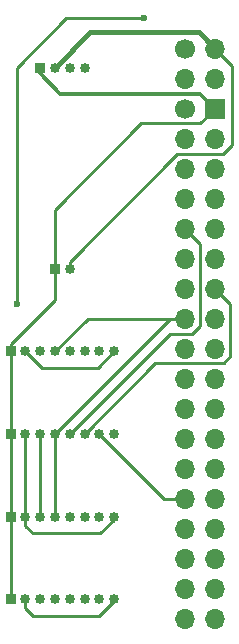
<source format=gbr>
%TF.GenerationSoftware,KiCad,Pcbnew,8.0.9*%
%TF.CreationDate,2026-01-01T18:04:30+09:00*%
%TF.ProjectId,Main,4d61696e-2e6b-4696-9361-645f70636258,rev?*%
%TF.SameCoordinates,Original*%
%TF.FileFunction,Copper,L2,Bot*%
%TF.FilePolarity,Positive*%
%FSLAX46Y46*%
G04 Gerber Fmt 4.6, Leading zero omitted, Abs format (unit mm)*
G04 Created by KiCad (PCBNEW 8.0.9) date 2026-01-01 18:04:30*
%MOMM*%
%LPD*%
G01*
G04 APERTURE LIST*
%TA.AperFunction,ComponentPad*%
%ADD10C,1.700000*%
%TD*%
%TA.AperFunction,ComponentPad*%
%ADD11O,1.700000X1.700000*%
%TD*%
%TA.AperFunction,ComponentPad*%
%ADD12R,1.700000X1.700000*%
%TD*%
%TA.AperFunction,ComponentPad*%
%ADD13R,0.850000X0.850000*%
%TD*%
%TA.AperFunction,ComponentPad*%
%ADD14C,0.850000*%
%TD*%
%TA.AperFunction,ViaPad*%
%ADD15C,0.600000*%
%TD*%
%TA.AperFunction,Conductor*%
%ADD16C,0.240000*%
%TD*%
%TA.AperFunction,Conductor*%
%ADD17C,0.300000*%
%TD*%
%TA.AperFunction,Conductor*%
%ADD18C,0.400000*%
%TD*%
G04 APERTURE END LIST*
D10*
%TO.P,J1,1,3.3V*%
%TO.N,Net-(J1-3.3V)*%
X155230000Y-73370000D03*
D11*
%TO.P,J1,2,5V*%
%TO.N,Net-(J6-5V)*%
X157770000Y-73370000D03*
%TO.P,J1,3,Pin_3*%
%TO.N,unconnected-(J1-Pin_3-Pad3)*%
X155230000Y-75910000D03*
%TO.P,J1,4,5V*%
%TO.N,unconnected-(J1-5V-Pad4)*%
X157770000Y-75910000D03*
D10*
%TO.P,J1,5,Pin_5*%
%TO.N,unconnected-(J1-Pin_5-Pad5)*%
X155230000Y-78450000D03*
D12*
%TO.P,J1,6,GND*%
%TO.N,GND*%
X157770000Y-78450000D03*
D11*
%TO.P,J1,7,Pin_7*%
%TO.N,unconnected-(J1-Pin_7-Pad7)*%
X155230000Y-80990000D03*
%TO.P,J1,8,Pin_8*%
%TO.N,Net-(J1-Pin_8)*%
X157770000Y-80990000D03*
%TO.P,J1,9,Pin_9*%
%TO.N,unconnected-(J1-Pin_9-Pad9)*%
X155230000Y-83530000D03*
%TO.P,J1,10,Pin_10*%
%TO.N,Net-(J1-Pin_10)*%
X157770000Y-83530000D03*
%TO.P,J1,11,DP3_RST*%
%TO.N,Net-(J1-DP3_RST)*%
X155230000Y-86070000D03*
%TO.P,J1,12,Pin_12*%
%TO.N,unconnected-(J1-Pin_12-Pad12)*%
X157770000Y-86070000D03*
%TO.P,J1,13,DP2_RST*%
%TO.N,Net-(J1-DP2_RST)*%
X155230000Y-88610000D03*
%TO.P,J1,14,Pin_14*%
%TO.N,unconnected-(J1-Pin_14-Pad14)*%
X157770000Y-88610000D03*
%TO.P,J1,15,DP1_RST*%
%TO.N,Net-(J1-DP1_RST)*%
X155230000Y-91150000D03*
%TO.P,J1,16,DP3_DC*%
%TO.N,Net-(J1-DP3_DC)*%
X157770000Y-91150000D03*
%TO.P,J1,17,Pin_17*%
%TO.N,unconnected-(J1-Pin_17-Pad17)*%
X155230000Y-93690000D03*
%TO.P,J1,18,DP2_DC*%
%TO.N,Net-(J1-DP2_DC)*%
X157770000Y-93690000D03*
%TO.P,J1,19,SDA*%
%TO.N,Net-(J1-SDA)*%
X155230000Y-96230000D03*
%TO.P,J1,20,Pin_20*%
%TO.N,unconnected-(J1-Pin_20-Pad20)*%
X157770000Y-96230000D03*
%TO.P,J1,21,Pin_21*%
%TO.N,unconnected-(J1-Pin_21-Pad21)*%
X155230000Y-98770000D03*
%TO.P,J1,22,DP1_DC*%
%TO.N,Net-(J1-DP1_DC)*%
X157770000Y-98770000D03*
%TO.P,J1,23,SCK*%
%TO.N,Net-(J1-SCK)*%
X155230000Y-101310000D03*
%TO.P,J1,24,Pin_24*%
%TO.N,unconnected-(J1-Pin_24-Pad24)*%
X157770000Y-101310000D03*
%TO.P,J1,25,Pin_25*%
%TO.N,unconnected-(J1-Pin_25-Pad25)*%
X155230000Y-103850000D03*
%TO.P,J1,26,Pin_26*%
%TO.N,unconnected-(J1-Pin_26-Pad26)*%
X157770000Y-103850000D03*
%TO.P,J1,27,Pin_27*%
%TO.N,unconnected-(J1-Pin_27-Pad27)*%
X155230000Y-106390000D03*
%TO.P,J1,28,Pin_28*%
%TO.N,unconnected-(J1-Pin_28-Pad28)*%
X157770000Y-106390000D03*
%TO.P,J1,29,DP1_CS*%
%TO.N,Net-(J1-DP1_CS)*%
X155230000Y-108930000D03*
%TO.P,J1,30,Pin_30*%
%TO.N,unconnected-(J1-Pin_30-Pad30)*%
X157770000Y-108930000D03*
%TO.P,J1,31,DP2_CS*%
%TO.N,Net-(J1-DP2_CS)*%
X155230000Y-111470000D03*
%TO.P,J1,32,Pin_32*%
%TO.N,unconnected-(J1-Pin_32-Pad32)*%
X157770000Y-111470000D03*
%TO.P,J1,33,DP3_CS*%
%TO.N,Net-(J1-DP3_CS)*%
X155230000Y-114010000D03*
%TO.P,J1,34,Pin_34*%
%TO.N,unconnected-(J1-Pin_34-Pad34)*%
X157770000Y-114010000D03*
%TO.P,J1,35,DP4_CS*%
%TO.N,Net-(J1-DP4_CS)*%
X155230000Y-116550000D03*
%TO.P,J1,36,DP4_RST*%
%TO.N,Net-(J1-DP4_RST)*%
X157770000Y-116550000D03*
%TO.P,J1,37,DP4_DC*%
%TO.N,Net-(J1-DP4_DC)*%
X155230000Y-119090000D03*
%TO.P,J1,38,Pin_38*%
%TO.N,unconnected-(J1-Pin_38-Pad38)*%
X157770000Y-119090000D03*
%TO.P,J1,39,Pin_39*%
%TO.N,unconnected-(J1-Pin_39-Pad39)*%
X155230000Y-121630000D03*
%TO.P,J1,40,Pin_40*%
%TO.N,unconnected-(J1-Pin_40-Pad40)*%
X157770000Y-121630000D03*
%TD*%
D13*
%TO.P,J5,1,GND*%
%TO.N,GND*%
X140500000Y-120000000D03*
D14*
%TO.P,J5,2,VCC*%
%TO.N,Net-(J1-3.3V)*%
X141750000Y-120000000D03*
%TO.P,J5,3,SCL*%
%TO.N,Net-(J1-SCK)*%
X143000000Y-120000000D03*
%TO.P,J5,4,SDA*%
%TO.N,Net-(J1-SDA)*%
X144250000Y-120000000D03*
%TO.P,J5,5,RST*%
%TO.N,Net-(J1-DP4_RST)*%
X145500000Y-120000000D03*
%TO.P,J5,6,DC*%
%TO.N,Net-(J1-DP4_DC)*%
X146750000Y-120000000D03*
%TO.P,J5,7,CS*%
%TO.N,Net-(J1-DP4_CS)*%
X148000000Y-120000000D03*
%TO.P,J5,8,BL*%
%TO.N,Net-(J1-3.3V)*%
X149250000Y-120000000D03*
%TD*%
D13*
%TO.P,J2,1,GND*%
%TO.N,GND*%
X140500000Y-99000000D03*
D14*
%TO.P,J2,2,VCC*%
%TO.N,Net-(J1-3.3V)*%
X141750000Y-99000000D03*
%TO.P,J2,3,SCL*%
%TO.N,Net-(J1-SCK)*%
X143000000Y-99000000D03*
%TO.P,J2,4,SDA*%
%TO.N,Net-(J1-SDA)*%
X144250000Y-99000000D03*
%TO.P,J2,5,RST*%
%TO.N,Net-(J1-DP1_RST)*%
X145500000Y-99000000D03*
%TO.P,J2,6,DC*%
%TO.N,Net-(J1-DP1_DC)*%
X146750000Y-99000000D03*
%TO.P,J2,7,CS*%
%TO.N,Net-(J1-DP1_CS)*%
X148000000Y-99000000D03*
%TO.P,J2,8,BL*%
%TO.N,Net-(J1-3.3V)*%
X149250000Y-99000000D03*
%TD*%
D13*
%TO.P,J3,1,GND*%
%TO.N,GND*%
X140500000Y-106000000D03*
D14*
%TO.P,J3,2,VCC*%
%TO.N,Net-(J1-3.3V)*%
X141750000Y-106000000D03*
%TO.P,J3,3,SCL*%
%TO.N,Net-(J1-SCK)*%
X143000000Y-106000000D03*
%TO.P,J3,4,SDA*%
%TO.N,Net-(J1-SDA)*%
X144250000Y-106000000D03*
%TO.P,J3,5,RST*%
%TO.N,Net-(J1-DP2_RST)*%
X145500000Y-106000000D03*
%TO.P,J3,6,DC*%
%TO.N,Net-(J1-DP2_DC)*%
X146750000Y-106000000D03*
%TO.P,J3,7,CS*%
%TO.N,Net-(J1-DP2_CS)*%
X148000000Y-106000000D03*
%TO.P,J3,8,BL*%
%TO.N,Net-(J1-3.3V)*%
X149250000Y-106000000D03*
%TD*%
D13*
%TO.P,J7,1,GND*%
%TO.N,GND*%
X144250000Y-92000000D03*
D14*
%TO.P,J7,2,5V*%
%TO.N,Net-(J6-5V)*%
X145500000Y-92000000D03*
%TD*%
D13*
%TO.P,J4,1,GND*%
%TO.N,GND*%
X140500000Y-113000000D03*
D14*
%TO.P,J4,2,VCC*%
%TO.N,Net-(J1-3.3V)*%
X141750000Y-113000000D03*
%TO.P,J4,3,SCL*%
%TO.N,Net-(J1-SCK)*%
X143000000Y-113000000D03*
%TO.P,J4,4,SDA*%
%TO.N,Net-(J1-SDA)*%
X144250000Y-113000000D03*
%TO.P,J4,5,RST*%
%TO.N,Net-(J1-DP3_RST)*%
X145500000Y-113000000D03*
%TO.P,J4,6,DC*%
%TO.N,Net-(J1-DP3_DC)*%
X146750000Y-113000000D03*
%TO.P,J4,7,CS*%
%TO.N,Net-(J1-DP3_CS)*%
X148000000Y-113000000D03*
%TO.P,J4,8,BL*%
%TO.N,Net-(J1-3.3V)*%
X149250000Y-113000000D03*
%TD*%
D13*
%TO.P,J6,1,GND*%
%TO.N,GND*%
X143000000Y-75000000D03*
D14*
%TO.P,J6,2,5V*%
%TO.N,Net-(J6-5V)*%
X144250000Y-75000000D03*
%TO.P,J6,3,TX*%
%TO.N,Net-(J1-Pin_8)*%
X145500000Y-75000000D03*
%TO.P,J6,4,RX*%
%TO.N,Net-(J1-Pin_10)*%
X146750000Y-75000000D03*
%TD*%
D15*
%TO.N,Net-(J1-3.3V)*%
X151800000Y-70800000D03*
X141000000Y-95000000D03*
%TD*%
D16*
%TO.N,Net-(J1-DP2_RST)*%
X156500000Y-89880000D02*
X155230000Y-88610000D01*
X155826346Y-97500000D02*
X156500000Y-96826346D01*
X145500000Y-106000000D02*
X154000000Y-97500000D01*
X156500000Y-96826346D02*
X156500000Y-89880000D01*
X154000000Y-97500000D02*
X155826346Y-97500000D01*
%TO.N,Net-(J1-DP2_CS)*%
X153470000Y-111470000D02*
X155230000Y-111470000D01*
X148000000Y-106000000D02*
X153470000Y-111470000D01*
%TO.N,Net-(J1-SDA)*%
X147020000Y-96230000D02*
X155230000Y-96230000D01*
X144250000Y-113000000D02*
X144250000Y-106000000D01*
X154020000Y-96230000D02*
X155230000Y-96230000D01*
X144250000Y-106000000D02*
X154020000Y-96230000D01*
X144250000Y-99000000D02*
X147020000Y-96230000D01*
%TO.N,Net-(J1-DP2_DC)*%
X152750000Y-100000000D02*
X158526080Y-100000000D01*
X146750000Y-106000000D02*
X152750000Y-100000000D01*
X159100000Y-99426080D02*
X159100000Y-95020000D01*
X159100000Y-95020000D02*
X157770000Y-93690000D01*
X158526080Y-100000000D02*
X159100000Y-99426080D01*
%TO.N,Net-(J1-3.3V)*%
X143150000Y-100400000D02*
X141750000Y-99000000D01*
X149250000Y-120125000D02*
X147975000Y-121400000D01*
X149250000Y-113000000D02*
X149250000Y-113250000D01*
X147975000Y-121400000D02*
X142400000Y-121400000D01*
X149250000Y-113250000D02*
X148100000Y-114400000D01*
X142400000Y-114400000D02*
X141750000Y-113750000D01*
X141750000Y-120750000D02*
X141750000Y-120000000D01*
X151800000Y-70800000D02*
X145200000Y-70800000D01*
X141750000Y-113750000D02*
X141750000Y-113000000D01*
X145200000Y-70800000D02*
X141000000Y-75000000D01*
X149250000Y-120000000D02*
X149250000Y-120125000D01*
X142400000Y-121400000D02*
X141750000Y-120750000D01*
X141000000Y-75000000D02*
X141000000Y-95000000D01*
X148100000Y-114400000D02*
X142400000Y-114400000D01*
X149250000Y-99000000D02*
X147850000Y-100400000D01*
X141750000Y-106000000D02*
X141750000Y-113000000D01*
X147850000Y-100400000D02*
X143150000Y-100400000D01*
%TO.N,Net-(J1-SCK)*%
X143000000Y-106000000D02*
X143000000Y-113000000D01*
D17*
%TO.N,GND*%
X156495000Y-77175000D02*
X157770000Y-78450000D01*
X144700000Y-77175000D02*
X156495000Y-77175000D01*
D16*
X140500000Y-113000000D02*
X140500000Y-106000000D01*
D17*
X143000000Y-75475000D02*
X144700000Y-77175000D01*
D16*
X151550000Y-79700000D02*
X156520000Y-79700000D01*
X140500000Y-120000000D02*
X140500000Y-113000000D01*
X140500000Y-98375000D02*
X144250000Y-94625000D01*
X144250000Y-87000000D02*
X151550000Y-79700000D01*
D17*
X143000000Y-75000000D02*
X143000000Y-75475000D01*
D16*
X144250000Y-94625000D02*
X144250000Y-92000000D01*
X140500000Y-106000000D02*
X140500000Y-99000000D01*
X156520000Y-79700000D02*
X157770000Y-78450000D01*
X140500000Y-99000000D02*
X140500000Y-98375000D01*
X144250000Y-92000000D02*
X144250000Y-87000000D01*
D18*
%TO.N,Net-(J6-5V)*%
X156400000Y-72000000D02*
X157770000Y-73370000D01*
D16*
X159202637Y-74802637D02*
X157770000Y-73370000D01*
X158453846Y-82300000D02*
X159202637Y-81551209D01*
D18*
X144250000Y-75000000D02*
X147250000Y-72000000D01*
D16*
X159202637Y-81551209D02*
X159202637Y-74802637D01*
X145500000Y-92000000D02*
X145500000Y-91400000D01*
X154600000Y-82300000D02*
X158453846Y-82300000D01*
D18*
X147250000Y-72000000D02*
X156400000Y-72000000D01*
D16*
X145500000Y-91400000D02*
X154600000Y-82300000D01*
%TD*%
M02*

</source>
